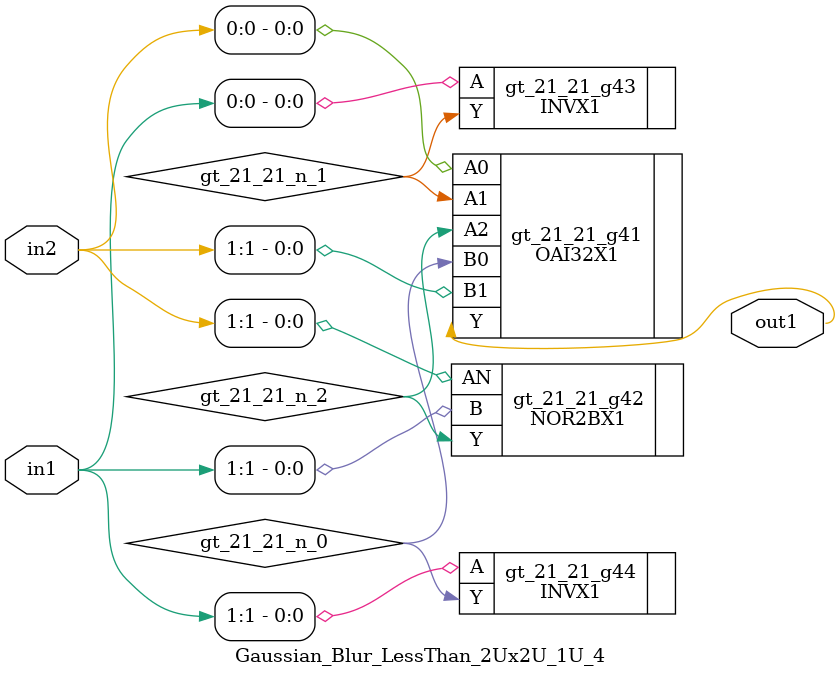
<source format=v>
`timescale 1ps / 1ps


module Gaussian_Blur_LessThan_2Ux2U_1U_4(in2, in1, out1);
  input [1:0] in2, in1;
  output out1;
  wire [1:0] in2, in1;
  wire out1;
  wire gt_21_21_n_0, gt_21_21_n_1, gt_21_21_n_2;
  OAI32X1 gt_21_21_g41(.A0 (in2[0]), .A1 (gt_21_21_n_1), .A2
       (gt_21_21_n_2), .B0 (gt_21_21_n_0), .B1 (in2[1]), .Y (out1));
  NOR2BX1 gt_21_21_g42(.AN (in2[1]), .B (in1[1]), .Y (gt_21_21_n_2));
  INVX1 gt_21_21_g43(.A (in1[0]), .Y (gt_21_21_n_1));
  INVX1 gt_21_21_g44(.A (in1[1]), .Y (gt_21_21_n_0));
endmodule


</source>
